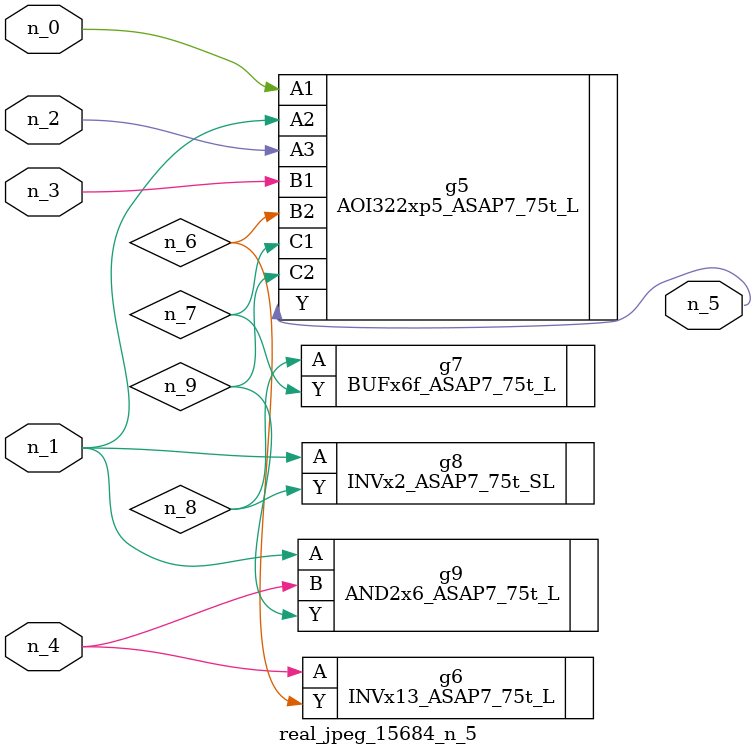
<source format=v>
module real_jpeg_15684_n_5 (n_4, n_0, n_1, n_2, n_3, n_5);

input n_4;
input n_0;
input n_1;
input n_2;
input n_3;

output n_5;

wire n_8;
wire n_6;
wire n_7;
wire n_9;

AOI322xp5_ASAP7_75t_L g5 ( 
.A1(n_0),
.A2(n_1),
.A3(n_2),
.B1(n_3),
.B2(n_6),
.C1(n_7),
.C2(n_9),
.Y(n_5)
);

INVx2_ASAP7_75t_SL g8 ( 
.A(n_1),
.Y(n_8)
);

AND2x6_ASAP7_75t_L g9 ( 
.A(n_1),
.B(n_4),
.Y(n_9)
);

INVx13_ASAP7_75t_L g6 ( 
.A(n_4),
.Y(n_6)
);

BUFx6f_ASAP7_75t_L g7 ( 
.A(n_8),
.Y(n_7)
);


endmodule
</source>
